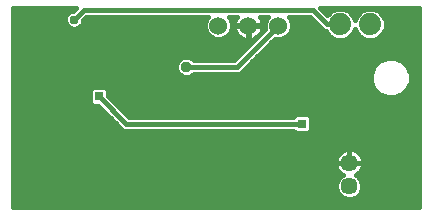
<source format=gbl>
G75*
%MOIN*%
%OFA0B0*%
%FSLAX24Y24*%
%IPPOS*%
%LPD*%
%AMOC8*
5,1,8,0,0,1.08239X$1,22.5*
%
%ADD10C,0.0600*%
%ADD11C,0.0740*%
%ADD12C,0.0570*%
%ADD13R,0.0310X0.0310*%
%ADD14C,0.0160*%
%ADD15C,0.0310*%
%ADD16C,0.0376*%
D10*
X010180Y006440D03*
X011180Y006440D03*
X012180Y006440D03*
D11*
X014247Y006479D03*
X015247Y006479D03*
D12*
X014550Y001873D03*
X014550Y001086D03*
D13*
X012975Y003172D03*
X006204Y004078D03*
D14*
X003330Y007037D02*
X003330Y000410D01*
X016879Y000410D01*
X016879Y007037D01*
X013570Y007037D01*
X013819Y006787D01*
X013952Y006920D01*
X014143Y006999D01*
X014350Y006999D01*
X014541Y006920D01*
X014688Y006774D01*
X014747Y006631D01*
X014806Y006774D01*
X014952Y006920D01*
X015143Y006999D01*
X015350Y006999D01*
X015541Y006920D01*
X015688Y006774D01*
X015767Y006583D01*
X015767Y006376D01*
X015688Y006185D01*
X015541Y006038D01*
X015350Y005959D01*
X015143Y005959D01*
X014952Y006038D01*
X014806Y006185D01*
X014747Y006327D01*
X014688Y006185D01*
X014541Y006038D01*
X014350Y005959D01*
X014143Y005959D01*
X013952Y006038D01*
X013806Y006185D01*
X013779Y006249D01*
X013707Y006249D01*
X013572Y006384D01*
X013234Y006722D01*
X012535Y006722D01*
X012561Y006695D01*
X012630Y006529D01*
X012630Y006350D01*
X012561Y006185D01*
X012435Y006058D01*
X012270Y005990D01*
X012090Y005990D01*
X012066Y006000D01*
X010897Y004832D01*
X009365Y004832D01*
X009309Y004775D01*
X009184Y004724D01*
X009050Y004724D01*
X008925Y004775D01*
X008830Y004870D01*
X008779Y004995D01*
X008779Y005129D01*
X008830Y005253D01*
X008925Y005349D01*
X009050Y005400D01*
X009184Y005400D01*
X009309Y005349D01*
X009365Y005292D01*
X010707Y005292D01*
X011478Y006063D01*
X011432Y006029D01*
X011364Y005995D01*
X011292Y005972D01*
X011218Y005960D01*
X011200Y005960D01*
X011200Y006420D01*
X011200Y006460D01*
X011660Y006460D01*
X011660Y006478D01*
X011648Y006552D01*
X011625Y006624D01*
X011591Y006691D01*
X011569Y006722D01*
X011825Y006722D01*
X011799Y006695D01*
X011730Y006529D01*
X011730Y006350D01*
X011740Y006325D01*
X011557Y006142D01*
X011591Y006188D01*
X011625Y006256D01*
X011648Y006327D01*
X011660Y006402D01*
X011660Y006420D01*
X011200Y006420D01*
X011160Y006420D01*
X010700Y006420D01*
X010700Y006402D01*
X010712Y006327D01*
X010735Y006256D01*
X010769Y006188D01*
X010814Y006127D01*
X010867Y006074D01*
X010928Y006029D01*
X010996Y005995D01*
X011068Y005972D01*
X011142Y005960D01*
X011160Y005960D01*
X011160Y006420D01*
X011160Y006460D01*
X010700Y006460D01*
X010700Y006478D01*
X010712Y006552D01*
X010735Y006624D01*
X010769Y006691D01*
X010791Y006722D01*
X010535Y006722D01*
X010561Y006695D01*
X010630Y006529D01*
X010630Y006350D01*
X010561Y006185D01*
X010435Y006058D01*
X010270Y005990D01*
X010090Y005990D01*
X009925Y006058D01*
X009799Y006185D01*
X009730Y006350D01*
X009730Y006529D01*
X009799Y006695D01*
X009825Y006722D01*
X005787Y006722D01*
X005682Y006616D01*
X005682Y006576D01*
X005635Y006464D01*
X005550Y006378D01*
X005438Y006332D01*
X005316Y006332D01*
X005204Y006378D01*
X005118Y006464D01*
X005072Y006576D01*
X005072Y006697D01*
X005118Y006809D01*
X005204Y006895D01*
X005316Y006942D01*
X005357Y006942D01*
X005452Y007037D01*
X003330Y007037D01*
X003330Y006996D02*
X005410Y006996D01*
X005692Y006952D02*
X013330Y006952D01*
X013802Y006479D01*
X014247Y006479D01*
X014727Y006679D02*
X014767Y006679D01*
X014869Y006837D02*
X014625Y006837D01*
X014359Y006996D02*
X015135Y006996D01*
X015359Y006996D02*
X016879Y006996D01*
X016879Y006837D02*
X015625Y006837D01*
X015727Y006679D02*
X016879Y006679D01*
X016879Y006520D02*
X015767Y006520D01*
X015761Y006362D02*
X016879Y006362D01*
X016879Y006203D02*
X015695Y006203D01*
X015548Y006045D02*
X016879Y006045D01*
X016879Y005886D02*
X011951Y005886D01*
X011793Y005728D02*
X016879Y005728D01*
X016879Y005569D02*
X011634Y005569D01*
X011476Y005411D02*
X016879Y005411D01*
X016879Y005252D02*
X016321Y005252D01*
X016304Y005270D02*
X016060Y005371D01*
X015796Y005371D01*
X015552Y005270D01*
X015366Y005083D01*
X015265Y004839D01*
X015265Y004576D01*
X015366Y004332D01*
X015552Y004145D01*
X015796Y004044D01*
X016060Y004044D01*
X016304Y004145D01*
X016490Y004332D01*
X016591Y004576D01*
X016591Y004839D01*
X016490Y005083D01*
X016304Y005270D01*
X016480Y005094D02*
X016879Y005094D01*
X016879Y004935D02*
X016552Y004935D01*
X016591Y004777D02*
X016879Y004777D01*
X016879Y004618D02*
X016591Y004618D01*
X016543Y004460D02*
X016879Y004460D01*
X016879Y004301D02*
X016459Y004301D01*
X016297Y004143D02*
X016879Y004143D01*
X016879Y003984D02*
X006623Y003984D01*
X006509Y004098D02*
X006509Y004295D01*
X006421Y004383D01*
X005986Y004383D01*
X005899Y004295D01*
X005899Y003861D01*
X005986Y003773D01*
X006183Y003773D01*
X007014Y002942D01*
X012683Y002942D01*
X012758Y002867D01*
X013192Y002867D01*
X013280Y002955D01*
X013280Y003389D01*
X013192Y003477D01*
X012758Y003477D01*
X012683Y003402D01*
X007204Y003402D01*
X006509Y004098D01*
X006509Y004143D02*
X015559Y004143D01*
X015397Y004301D02*
X006502Y004301D01*
X006204Y004078D02*
X007109Y003172D01*
X012975Y003172D01*
X013280Y003192D02*
X016879Y003192D01*
X016879Y003350D02*
X013280Y003350D01*
X013280Y003033D02*
X016879Y003033D01*
X016879Y002875D02*
X013200Y002875D01*
X012751Y002875D02*
X003330Y002875D01*
X003330Y003033D02*
X006923Y003033D01*
X006764Y003192D02*
X003330Y003192D01*
X003330Y003350D02*
X006606Y003350D01*
X006447Y003509D02*
X003330Y003509D01*
X003330Y003667D02*
X006289Y003667D01*
X005934Y003826D02*
X003330Y003826D01*
X003330Y003984D02*
X005899Y003984D01*
X005899Y004143D02*
X003330Y004143D01*
X003330Y004301D02*
X005905Y004301D01*
X006781Y003826D02*
X016879Y003826D01*
X016879Y003667D02*
X006940Y003667D01*
X007098Y003509D02*
X016879Y003509D01*
X016879Y002716D02*
X003330Y002716D01*
X003330Y002558D02*
X016879Y002558D01*
X016879Y002399D02*
X003330Y002399D01*
X003330Y002241D02*
X014265Y002241D01*
X014247Y002228D02*
X014195Y002176D01*
X014152Y002117D01*
X014119Y002051D01*
X014097Y001982D01*
X014085Y001910D01*
X014085Y001873D01*
X014550Y001873D01*
X014550Y002338D01*
X014513Y002338D01*
X014441Y002326D01*
X014372Y002304D01*
X014306Y002271D01*
X014247Y002228D01*
X014135Y002082D02*
X003330Y002082D01*
X003330Y001924D02*
X014087Y001924D01*
X014085Y001873D02*
X014085Y001836D01*
X014097Y001764D01*
X014119Y001694D01*
X014152Y001629D01*
X014195Y001570D01*
X014247Y001518D01*
X014306Y001475D01*
X014328Y001464D01*
X014304Y001454D01*
X014181Y001332D01*
X014115Y001172D01*
X014115Y000999D01*
X014181Y000839D01*
X014304Y000717D01*
X014464Y000651D01*
X014637Y000651D01*
X014796Y000717D01*
X014919Y000839D01*
X014985Y000999D01*
X014985Y001172D01*
X014919Y001332D01*
X014796Y001454D01*
X014772Y001464D01*
X014794Y001475D01*
X014853Y001518D01*
X014905Y001570D01*
X014948Y001629D01*
X014981Y001694D01*
X015004Y001764D01*
X015015Y001836D01*
X015015Y001873D01*
X015015Y001910D01*
X015004Y001982D01*
X014981Y002051D01*
X014948Y002117D01*
X014905Y002176D01*
X014853Y002228D01*
X014794Y002271D01*
X014729Y002304D01*
X014659Y002326D01*
X014587Y002338D01*
X014550Y002338D01*
X014550Y001873D01*
X014550Y001873D01*
X014550Y001873D01*
X014085Y001873D01*
X014096Y001765D02*
X003330Y001765D01*
X003330Y001607D02*
X014169Y001607D01*
X014297Y001448D02*
X003330Y001448D01*
X003330Y001290D02*
X014164Y001290D01*
X014115Y001131D02*
X003330Y001131D01*
X003330Y000973D02*
X014126Y000973D01*
X014206Y000814D02*
X003330Y000814D01*
X003330Y000656D02*
X014452Y000656D01*
X014649Y000656D02*
X016879Y000656D01*
X016879Y000814D02*
X014894Y000814D01*
X014974Y000973D02*
X016879Y000973D01*
X016879Y001131D02*
X014985Y001131D01*
X014936Y001290D02*
X016879Y001290D01*
X016879Y001448D02*
X014803Y001448D01*
X014931Y001607D02*
X016879Y001607D01*
X016879Y001765D02*
X015004Y001765D01*
X015015Y001873D02*
X014550Y001873D01*
X015015Y001873D01*
X015013Y001924D02*
X016879Y001924D01*
X016879Y002082D02*
X014965Y002082D01*
X014835Y002241D02*
X016879Y002241D01*
X014550Y002241D02*
X014550Y002241D01*
X014550Y002082D02*
X014550Y002082D01*
X014550Y001924D02*
X014550Y001924D01*
X014550Y001873D02*
X014550Y001873D01*
X016879Y000497D02*
X003330Y000497D01*
X003330Y004460D02*
X015313Y004460D01*
X015265Y004618D02*
X003330Y004618D01*
X003330Y004777D02*
X008924Y004777D01*
X008804Y004935D02*
X003330Y004935D01*
X003330Y005094D02*
X008779Y005094D01*
X008830Y005252D02*
X003330Y005252D01*
X003330Y005411D02*
X010825Y005411D01*
X010984Y005569D02*
X003330Y005569D01*
X003330Y005728D02*
X011142Y005728D01*
X011301Y005886D02*
X003330Y005886D01*
X003330Y006045D02*
X009959Y006045D01*
X009791Y006203D02*
X003330Y006203D01*
X003330Y006362D02*
X005244Y006362D01*
X005510Y006362D02*
X009730Y006362D01*
X009730Y006520D02*
X005659Y006520D01*
X005744Y006679D02*
X009792Y006679D01*
X010568Y006679D02*
X010763Y006679D01*
X010707Y006520D02*
X010630Y006520D01*
X010630Y006362D02*
X010706Y006362D01*
X010762Y006203D02*
X010569Y006203D01*
X010401Y006045D02*
X010908Y006045D01*
X011160Y006045D02*
X011200Y006045D01*
X011200Y006203D02*
X011160Y006203D01*
X011160Y006362D02*
X011200Y006362D01*
X011598Y006203D02*
X011618Y006203D01*
X011654Y006362D02*
X011730Y006362D01*
X011730Y006520D02*
X011653Y006520D01*
X011597Y006679D02*
X011792Y006679D01*
X012180Y006440D02*
X010802Y005062D01*
X009117Y005062D01*
X009310Y004777D02*
X015265Y004777D01*
X015305Y004935D02*
X011000Y004935D01*
X011159Y005094D02*
X015376Y005094D01*
X015535Y005252D02*
X011317Y005252D01*
X011452Y006045D02*
X011459Y006045D01*
X012401Y006045D02*
X013946Y006045D01*
X013798Y006203D02*
X012569Y006203D01*
X012630Y006362D02*
X013594Y006362D01*
X013436Y006520D02*
X012630Y006520D01*
X012568Y006679D02*
X013277Y006679D01*
X013770Y006837D02*
X013869Y006837D01*
X013611Y006996D02*
X014135Y006996D01*
X014695Y006203D02*
X014798Y006203D01*
X014946Y006045D02*
X014548Y006045D01*
X005692Y006952D02*
X005377Y006637D01*
X005095Y006520D02*
X003330Y006520D01*
X003330Y006679D02*
X005072Y006679D01*
X005146Y006837D02*
X003330Y006837D01*
D15*
X004747Y005928D03*
X005377Y006637D03*
X006479Y006086D03*
X007778Y006046D03*
X008054Y005298D03*
X008408Y005062D03*
X009471Y006086D03*
X011794Y004944D03*
X012936Y004944D03*
X013526Y004904D03*
X013566Y004432D03*
X012975Y005377D03*
X013526Y006046D03*
X011007Y004393D03*
X014314Y003487D03*
X015416Y003526D03*
X014353Y002739D03*
X012227Y001519D03*
X011794Y002188D03*
X009156Y002778D03*
X008881Y001873D03*
X007542Y001519D03*
X007227Y000534D03*
X005062Y001519D03*
X005062Y001952D03*
X004550Y001086D03*
X003920Y001086D03*
X005849Y002857D03*
X003723Y005141D03*
D16*
X009117Y005062D03*
M02*

</source>
